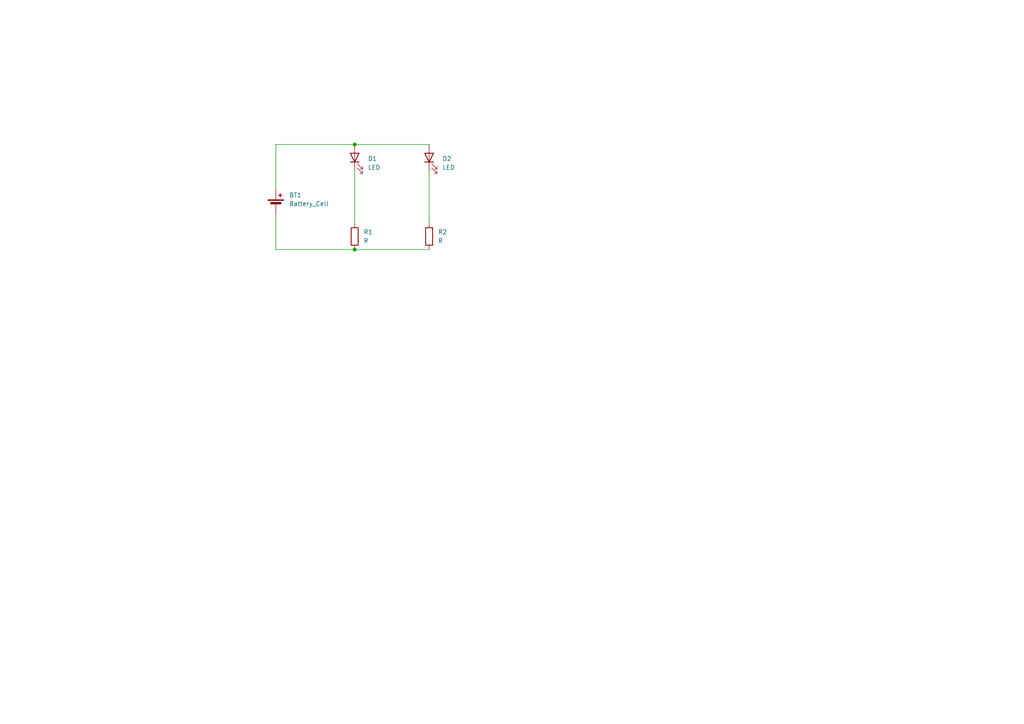
<source format=kicad_sch>
(kicad_sch
	(version 20250114)
	(generator "eeschema")
	(generator_version "9.0")
	(uuid "fa8b104d-3eee-46c5-8443-71d5a60fd230")
	(paper "A4")
	(lib_symbols
		(symbol "Device:Battery_Cell"
			(pin_numbers
				(hide yes)
			)
			(pin_names
				(offset 0)
				(hide yes)
			)
			(exclude_from_sim no)
			(in_bom yes)
			(on_board yes)
			(property "Reference" "BT"
				(at 2.54 2.54 0)
				(effects
					(font
						(size 1.27 1.27)
					)
					(justify left)
				)
			)
			(property "Value" "Battery_Cell"
				(at 2.54 0 0)
				(effects
					(font
						(size 1.27 1.27)
					)
					(justify left)
				)
			)
			(property "Footprint" ""
				(at 0 1.524 90)
				(effects
					(font
						(size 1.27 1.27)
					)
					(hide yes)
				)
			)
			(property "Datasheet" "~"
				(at 0 1.524 90)
				(effects
					(font
						(size 1.27 1.27)
					)
					(hide yes)
				)
			)
			(property "Description" "Single-cell battery"
				(at 0 0 0)
				(effects
					(font
						(size 1.27 1.27)
					)
					(hide yes)
				)
			)
			(property "ki_keywords" "battery cell"
				(at 0 0 0)
				(effects
					(font
						(size 1.27 1.27)
					)
					(hide yes)
				)
			)
			(symbol "Battery_Cell_0_1"
				(rectangle
					(start -2.286 1.778)
					(end 2.286 1.524)
					(stroke
						(width 0)
						(type default)
					)
					(fill
						(type outline)
					)
				)
				(rectangle
					(start -1.524 1.016)
					(end 1.524 0.508)
					(stroke
						(width 0)
						(type default)
					)
					(fill
						(type outline)
					)
				)
				(polyline
					(pts
						(xy 0 1.778) (xy 0 2.54)
					)
					(stroke
						(width 0)
						(type default)
					)
					(fill
						(type none)
					)
				)
				(polyline
					(pts
						(xy 0 0.762) (xy 0 0)
					)
					(stroke
						(width 0)
						(type default)
					)
					(fill
						(type none)
					)
				)
				(polyline
					(pts
						(xy 0.762 3.048) (xy 1.778 3.048)
					)
					(stroke
						(width 0.254)
						(type default)
					)
					(fill
						(type none)
					)
				)
				(polyline
					(pts
						(xy 1.27 3.556) (xy 1.27 2.54)
					)
					(stroke
						(width 0.254)
						(type default)
					)
					(fill
						(type none)
					)
				)
			)
			(symbol "Battery_Cell_1_1"
				(pin passive line
					(at 0 5.08 270)
					(length 2.54)
					(name "+"
						(effects
							(font
								(size 1.27 1.27)
							)
						)
					)
					(number "1"
						(effects
							(font
								(size 1.27 1.27)
							)
						)
					)
				)
				(pin passive line
					(at 0 -2.54 90)
					(length 2.54)
					(name "-"
						(effects
							(font
								(size 1.27 1.27)
							)
						)
					)
					(number "2"
						(effects
							(font
								(size 1.27 1.27)
							)
						)
					)
				)
			)
			(embedded_fonts no)
		)
		(symbol "Device:LED"
			(pin_numbers
				(hide yes)
			)
			(pin_names
				(offset 1.016)
				(hide yes)
			)
			(exclude_from_sim no)
			(in_bom yes)
			(on_board yes)
			(property "Reference" "D"
				(at 0 2.54 0)
				(effects
					(font
						(size 1.27 1.27)
					)
				)
			)
			(property "Value" "LED"
				(at 0 -2.54 0)
				(effects
					(font
						(size 1.27 1.27)
					)
				)
			)
			(property "Footprint" ""
				(at 0 0 0)
				(effects
					(font
						(size 1.27 1.27)
					)
					(hide yes)
				)
			)
			(property "Datasheet" "~"
				(at 0 0 0)
				(effects
					(font
						(size 1.27 1.27)
					)
					(hide yes)
				)
			)
			(property "Description" "Light emitting diode"
				(at 0 0 0)
				(effects
					(font
						(size 1.27 1.27)
					)
					(hide yes)
				)
			)
			(property "Sim.Pins" "1=K 2=A"
				(at 0 0 0)
				(effects
					(font
						(size 1.27 1.27)
					)
					(hide yes)
				)
			)
			(property "ki_keywords" "LED diode"
				(at 0 0 0)
				(effects
					(font
						(size 1.27 1.27)
					)
					(hide yes)
				)
			)
			(property "ki_fp_filters" "LED* LED_SMD:* LED_THT:*"
				(at 0 0 0)
				(effects
					(font
						(size 1.27 1.27)
					)
					(hide yes)
				)
			)
			(symbol "LED_0_1"
				(polyline
					(pts
						(xy -3.048 -0.762) (xy -4.572 -2.286) (xy -3.81 -2.286) (xy -4.572 -2.286) (xy -4.572 -1.524)
					)
					(stroke
						(width 0)
						(type default)
					)
					(fill
						(type none)
					)
				)
				(polyline
					(pts
						(xy -1.778 -0.762) (xy -3.302 -2.286) (xy -2.54 -2.286) (xy -3.302 -2.286) (xy -3.302 -1.524)
					)
					(stroke
						(width 0)
						(type default)
					)
					(fill
						(type none)
					)
				)
				(polyline
					(pts
						(xy -1.27 0) (xy 1.27 0)
					)
					(stroke
						(width 0)
						(type default)
					)
					(fill
						(type none)
					)
				)
				(polyline
					(pts
						(xy -1.27 -1.27) (xy -1.27 1.27)
					)
					(stroke
						(width 0.254)
						(type default)
					)
					(fill
						(type none)
					)
				)
				(polyline
					(pts
						(xy 1.27 -1.27) (xy 1.27 1.27) (xy -1.27 0) (xy 1.27 -1.27)
					)
					(stroke
						(width 0.254)
						(type default)
					)
					(fill
						(type none)
					)
				)
			)
			(symbol "LED_1_1"
				(pin passive line
					(at -3.81 0 0)
					(length 2.54)
					(name "K"
						(effects
							(font
								(size 1.27 1.27)
							)
						)
					)
					(number "1"
						(effects
							(font
								(size 1.27 1.27)
							)
						)
					)
				)
				(pin passive line
					(at 3.81 0 180)
					(length 2.54)
					(name "A"
						(effects
							(font
								(size 1.27 1.27)
							)
						)
					)
					(number "2"
						(effects
							(font
								(size 1.27 1.27)
							)
						)
					)
				)
			)
			(embedded_fonts no)
		)
		(symbol "Device:R"
			(pin_numbers
				(hide yes)
			)
			(pin_names
				(offset 0)
			)
			(exclude_from_sim no)
			(in_bom yes)
			(on_board yes)
			(property "Reference" "R"
				(at 2.032 0 90)
				(effects
					(font
						(size 1.27 1.27)
					)
				)
			)
			(property "Value" "R"
				(at 0 0 90)
				(effects
					(font
						(size 1.27 1.27)
					)
				)
			)
			(property "Footprint" ""
				(at -1.778 0 90)
				(effects
					(font
						(size 1.27 1.27)
					)
					(hide yes)
				)
			)
			(property "Datasheet" "~"
				(at 0 0 0)
				(effects
					(font
						(size 1.27 1.27)
					)
					(hide yes)
				)
			)
			(property "Description" "Resistor"
				(at 0 0 0)
				(effects
					(font
						(size 1.27 1.27)
					)
					(hide yes)
				)
			)
			(property "ki_keywords" "R res resistor"
				(at 0 0 0)
				(effects
					(font
						(size 1.27 1.27)
					)
					(hide yes)
				)
			)
			(property "ki_fp_filters" "R_*"
				(at 0 0 0)
				(effects
					(font
						(size 1.27 1.27)
					)
					(hide yes)
				)
			)
			(symbol "R_0_1"
				(rectangle
					(start -1.016 -2.54)
					(end 1.016 2.54)
					(stroke
						(width 0.254)
						(type default)
					)
					(fill
						(type none)
					)
				)
			)
			(symbol "R_1_1"
				(pin passive line
					(at 0 3.81 270)
					(length 1.27)
					(name "~"
						(effects
							(font
								(size 1.27 1.27)
							)
						)
					)
					(number "1"
						(effects
							(font
								(size 1.27 1.27)
							)
						)
					)
				)
				(pin passive line
					(at 0 -3.81 90)
					(length 1.27)
					(name "~"
						(effects
							(font
								(size 1.27 1.27)
							)
						)
					)
					(number "2"
						(effects
							(font
								(size 1.27 1.27)
							)
						)
					)
				)
			)
			(embedded_fonts no)
		)
	)
	(junction
		(at 102.87 72.39)
		(diameter 0)
		(color 0 0 0 0)
		(uuid "7b934761-9182-43c7-b33b-fe013b4b882d")
	)
	(junction
		(at 102.87 41.91)
		(diameter 0)
		(color 0 0 0 0)
		(uuid "ebffe29d-23e1-46ad-97c2-17787d83d003")
	)
	(wire
		(pts
			(xy 80.01 54.61) (xy 80.01 41.91)
		)
		(stroke
			(width 0)
			(type default)
		)
		(uuid "41416eb6-459a-4900-aca8-0fa65cde2ba6")
	)
	(wire
		(pts
			(xy 102.87 72.39) (xy 80.01 72.39)
		)
		(stroke
			(width 0)
			(type default)
		)
		(uuid "4224a430-6ebb-4ed1-8364-a85bed33f827")
	)
	(wire
		(pts
			(xy 102.87 41.91) (xy 124.46 41.91)
		)
		(stroke
			(width 0)
			(type default)
		)
		(uuid "44ff8c2f-9f58-43ae-a1bd-f7ff78828406")
	)
	(wire
		(pts
			(xy 124.46 49.53) (xy 124.46 64.77)
		)
		(stroke
			(width 0)
			(type default)
		)
		(uuid "986901b3-e394-4292-835a-aeef594efdaf")
	)
	(wire
		(pts
			(xy 124.46 72.39) (xy 102.87 72.39)
		)
		(stroke
			(width 0)
			(type default)
		)
		(uuid "bda3765f-aeea-4215-8429-3ee62a739958")
	)
	(wire
		(pts
			(xy 80.01 72.39) (xy 80.01 62.23)
		)
		(stroke
			(width 0)
			(type default)
		)
		(uuid "d040ed69-e7d1-476e-bc35-7345d993faae")
	)
	(wire
		(pts
			(xy 102.87 49.53) (xy 102.87 64.77)
		)
		(stroke
			(width 0)
			(type default)
		)
		(uuid "dcc8447b-a62d-402b-af26-08ab73c1ce54")
	)
	(wire
		(pts
			(xy 80.01 41.91) (xy 102.87 41.91)
		)
		(stroke
			(width 0)
			(type default)
		)
		(uuid "f7f702e5-3000-414e-9be8-3a46aa5a3a02")
	)
	(symbol
		(lib_id "Device:LED")
		(at 124.46 45.72 90)
		(unit 1)
		(exclude_from_sim no)
		(in_bom yes)
		(on_board yes)
		(dnp no)
		(fields_autoplaced yes)
		(uuid "3203985c-3f53-4c72-a123-3a18398ec982")
		(property "Reference" "D2"
			(at 128.27 46.0374 90)
			(effects
				(font
					(size 1.27 1.27)
				)
				(justify right)
			)
		)
		(property "Value" "LED"
			(at 128.27 48.5774 90)
			(effects
				(font
					(size 1.27 1.27)
				)
				(justify right)
			)
		)
		(property "Footprint" "LED_THT (1):LED_D5.0mm"
			(at 124.46 45.72 0)
			(effects
				(font
					(size 1.27 1.27)
				)
				(hide yes)
			)
		)
		(property "Datasheet" "~"
			(at 124.46 45.72 0)
			(effects
				(font
					(size 1.27 1.27)
				)
				(hide yes)
			)
		)
		(property "Description" "Light emitting diode"
			(at 124.46 45.72 0)
			(effects
				(font
					(size 1.27 1.27)
				)
				(hide yes)
			)
		)
		(property "Sim.Pins" "1=K 2=A"
			(at 124.46 45.72 0)
			(effects
				(font
					(size 1.27 1.27)
				)
				(hide yes)
			)
		)
		(pin "2"
			(uuid "4b378ac7-69f5-4c2b-9ee8-83057c2c624c")
		)
		(pin "1"
			(uuid "26401b0a-8e5c-45ce-9c19-4dc6c46ddae0")
		)
		(instances
			(project ""
				(path "/fa8b104d-3eee-46c5-8443-71d5a60fd230"
					(reference "D2")
					(unit 1)
				)
			)
		)
	)
	(symbol
		(lib_id "Device:R")
		(at 124.46 68.58 0)
		(unit 1)
		(exclude_from_sim no)
		(in_bom yes)
		(on_board yes)
		(dnp no)
		(fields_autoplaced yes)
		(uuid "3d9cfd18-e779-4ec8-aba4-7f8d457a86d6")
		(property "Reference" "R2"
			(at 127 67.3099 0)
			(effects
				(font
					(size 1.27 1.27)
				)
				(justify left)
			)
		)
		(property "Value" "R"
			(at 127 69.8499 0)
			(effects
				(font
					(size 1.27 1.27)
				)
				(justify left)
			)
		)
		(property "Footprint" "Resistor_THT (1):R_Axial_DIN0207_L6.3mm_D2.5mm_P7.62mm_Horizontal"
			(at 122.682 68.58 90)
			(effects
				(font
					(size 1.27 1.27)
				)
				(hide yes)
			)
		)
		(property "Datasheet" "~"
			(at 124.46 68.58 0)
			(effects
				(font
					(size 1.27 1.27)
				)
				(hide yes)
			)
		)
		(property "Description" "Resistor"
			(at 124.46 68.58 0)
			(effects
				(font
					(size 1.27 1.27)
				)
				(hide yes)
			)
		)
		(pin "1"
			(uuid "928d9dfa-95c3-4122-8ddc-9ecb752dbb92")
		)
		(pin "2"
			(uuid "ac65e06d-8021-44e8-aed7-1ed4e4d4e521")
		)
		(instances
			(project ""
				(path "/fa8b104d-3eee-46c5-8443-71d5a60fd230"
					(reference "R2")
					(unit 1)
				)
			)
		)
	)
	(symbol
		(lib_id "Device:LED")
		(at 102.87 45.72 90)
		(unit 1)
		(exclude_from_sim no)
		(in_bom yes)
		(on_board yes)
		(dnp no)
		(fields_autoplaced yes)
		(uuid "b1156510-4474-4790-adf6-10bc69346998")
		(property "Reference" "D1"
			(at 106.68 46.0374 90)
			(effects
				(font
					(size 1.27 1.27)
				)
				(justify right)
			)
		)
		(property "Value" "LED"
			(at 106.68 48.5774 90)
			(effects
				(font
					(size 1.27 1.27)
				)
				(justify right)
			)
		)
		(property "Footprint" "LED_THT (1):LED_D5.0mm"
			(at 102.87 45.72 0)
			(effects
				(font
					(size 1.27 1.27)
				)
				(hide yes)
			)
		)
		(property "Datasheet" "~"
			(at 102.87 45.72 0)
			(effects
				(font
					(size 1.27 1.27)
				)
				(hide yes)
			)
		)
		(property "Description" "Light emitting diode"
			(at 102.87 45.72 0)
			(effects
				(font
					(size 1.27 1.27)
				)
				(hide yes)
			)
		)
		(property "Sim.Pins" "1=K 2=A"
			(at 102.87 45.72 0)
			(effects
				(font
					(size 1.27 1.27)
				)
				(hide yes)
			)
		)
		(pin "1"
			(uuid "5dd88318-e29f-4dde-94b0-8ea00602340a")
		)
		(pin "2"
			(uuid "ab940b6a-7aca-4fd6-8577-bcb72468726b")
		)
		(instances
			(project ""
				(path "/fa8b104d-3eee-46c5-8443-71d5a60fd230"
					(reference "D1")
					(unit 1)
				)
			)
		)
	)
	(symbol
		(lib_id "Device:R")
		(at 102.87 68.58 0)
		(unit 1)
		(exclude_from_sim no)
		(in_bom yes)
		(on_board yes)
		(dnp no)
		(fields_autoplaced yes)
		(uuid "d8ee22f0-4d70-40a8-9e33-14532ab3e5b7")
		(property "Reference" "R1"
			(at 105.41 67.3099 0)
			(effects
				(font
					(size 1.27 1.27)
				)
				(justify left)
			)
		)
		(property "Value" "R"
			(at 105.41 69.8499 0)
			(effects
				(font
					(size 1.27 1.27)
				)
				(justify left)
			)
		)
		(property "Footprint" "Resistor_THT (1):R_Axial_DIN0207_L6.3mm_D2.5mm_P7.62mm_Horizontal"
			(at 101.092 68.58 90)
			(effects
				(font
					(size 1.27 1.27)
				)
				(hide yes)
			)
		)
		(property "Datasheet" "~"
			(at 102.87 68.58 0)
			(effects
				(font
					(size 1.27 1.27)
				)
				(hide yes)
			)
		)
		(property "Description" "Resistor"
			(at 102.87 68.58 0)
			(effects
				(font
					(size 1.27 1.27)
				)
				(hide yes)
			)
		)
		(pin "1"
			(uuid "17a7a9a7-6981-44d9-9166-904cd6c52ffb")
		)
		(pin "2"
			(uuid "20c494c5-31bf-4ec2-8619-3ec6cb3114ff")
		)
		(instances
			(project ""
				(path "/fa8b104d-3eee-46c5-8443-71d5a60fd230"
					(reference "R1")
					(unit 1)
				)
			)
		)
	)
	(symbol
		(lib_id "Device:Battery_Cell")
		(at 80.01 59.69 0)
		(unit 1)
		(exclude_from_sim no)
		(in_bom yes)
		(on_board yes)
		(dnp no)
		(fields_autoplaced yes)
		(uuid "ed59d5e7-d13b-44ee-81ef-7725c7f51d82")
		(property "Reference" "BT1"
			(at 83.82 56.5784 0)
			(effects
				(font
					(size 1.27 1.27)
				)
				(justify left)
			)
		)
		(property "Value" "Battery_Cell"
			(at 83.82 59.1184 0)
			(effects
				(font
					(size 1.27 1.27)
				)
				(justify left)
			)
		)
		(property "Footprint" "Battery (1):BatteryHolder_Keystone_3034_1x20mm"
			(at 80.01 58.166 90)
			(effects
				(font
					(size 1.27 1.27)
				)
				(hide yes)
			)
		)
		(property "Datasheet" "~"
			(at 80.01 58.166 90)
			(effects
				(font
					(size 1.27 1.27)
				)
				(hide yes)
			)
		)
		(property "Description" "Single-cell battery"
			(at 80.01 59.69 0)
			(effects
				(font
					(size 1.27 1.27)
				)
				(hide yes)
			)
		)
		(pin "1"
			(uuid "b43c62ff-a37d-4434-8d3c-55ab2d451558")
		)
		(pin "2"
			(uuid "c2029ffe-25d2-4b57-bbbb-4be71f8d035f")
		)
		(instances
			(project ""
				(path "/fa8b104d-3eee-46c5-8443-71d5a60fd230"
					(reference "BT1")
					(unit 1)
				)
			)
		)
	)
	(sheet_instances
		(path "/"
			(page "1")
		)
	)
	(embedded_fonts no)
)

</source>
